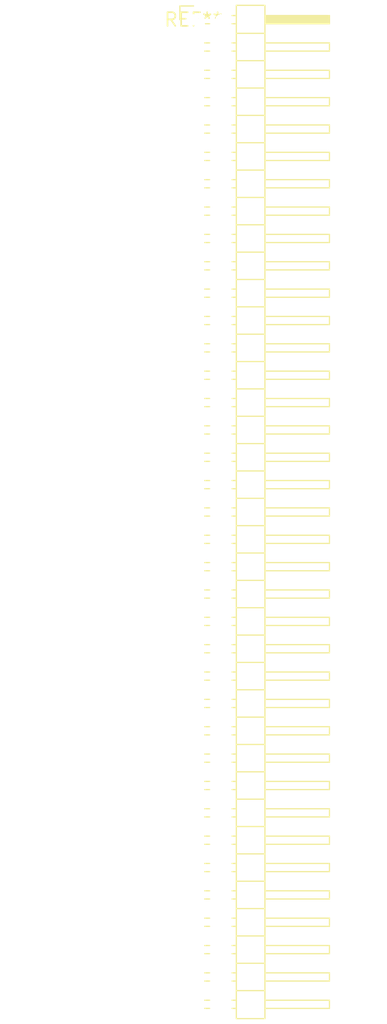
<source format=kicad_pcb>
(kicad_pcb (version 20240108) (generator pcbnew)
  (layers (0 "F.Cu" signal) (31 "B.Cu" signal) (34 "B.Paste" user) (35 "F.Paste" user) (36 "B.SilkS" user "B.Silkscreen") (37 "F.SilkS" user "F.Silkscreen") (38 "B.Mask" user) (39 "F.Mask" user) (44 "Edge.Cuts" user))
  (net 0 "")
  (footprint "PinHeader_2x37_P2.54mm_Horizontal" (layer "F.Cu") (at 0 0)
    (property "Reference" "REF**")
    (property "Value" "PinHeader_2x37_P2.54mm_Horizontal")
    (fp_line (start -1.27 -1.27) (end 0 -1.27) (layer "F.SilkS") (stroke (width 0.12)))
    (fp_line (start -1.27 0) (end -1.27 -1.27) (layer "F.SilkS") (stroke (width 0.12)))
    (fp_line (start 1.042929 2.16) (end 1.497071 2.16) (layer "F.SilkS") (stroke (width 0.12)))
    (fp_line (start 1.042929 2.92) (end 1.497071 2.92) (layer "F.SilkS") (stroke (width 0.12)))
    (fp_line (start 1.042929 4.7) (end 1.497071 4.7) (layer "F.SilkS") (stroke (width 0.12)))
    (fp_line (start 1.042929 5.46) (end 1.497071 5.46) (layer "F.SilkS") (stroke (width 0.12)))
    (fp_line (start 1.042929 7.24) (end 1.497071 7.24) (layer "F.SilkS") (stroke (width 0.12)))
    (fp_line (start 1.042929 8) (end 1.497071 8) (layer "F.SilkS") (stroke (width 0.12)))
    (fp_line (start 1.042929 9.78) (end 1.497071 9.78) (layer "F.SilkS") (stroke (width 0.12)))
    (fp_line (start 1.042929 10.54) (end 1.497071 10.54) (layer "F.SilkS") (stroke (width 0.12)))
    (fp_line (start 1.042929 12.32) (end 1.497071 12.32) (layer "F.SilkS") (stroke (width 0.12)))
    (fp_line (start 1.042929 13.08) (end 1.497071 13.08) (layer "F.SilkS") (stroke (width 0.12)))
    (fp_line (start 1.042929 14.86) (end 1.497071 14.86) (layer "F.SilkS") (stroke (width 0.12)))
    (fp_line (start 1.042929 15.62) (end 1.497071 15.62) (layer "F.SilkS") (stroke (width 0.12)))
    (fp_line (start 1.042929 17.4) (end 1.497071 17.4) (layer "F.SilkS") (stroke (width 0.12)))
    (fp_line (start 1.042929 18.16) (end 1.497071 18.16) (layer "F.SilkS") (stroke (width 0.12)))
    (fp_line (start 1.042929 19.94) (end 1.497071 19.94) (layer "F.SilkS") (stroke (width 0.12)))
    (fp_line (start 1.042929 20.7) (end 1.497071 20.7) (layer "F.SilkS") (stroke (width 0.12)))
    (fp_line (start 1.042929 22.48) (end 1.497071 22.48) (layer "F.SilkS") (stroke (width 0.12)))
    (fp_line (start 1.042929 23.24) (end 1.497071 23.24) (layer "F.SilkS") (stroke (width 0.12)))
    (fp_line (start 1.042929 25.02) (end 1.497071 25.02) (layer "F.SilkS") (stroke (width 0.12)))
    (fp_line (start 1.042929 25.78) (end 1.497071 25.78) (layer "F.SilkS") (stroke (width 0.12)))
    (fp_line (start 1.042929 27.56) (end 1.497071 27.56) (layer "F.SilkS") (stroke (width 0.12)))
    (fp_line (start 1.042929 28.32) (end 1.497071 28.32) (layer "F.SilkS") (stroke (width 0.12)))
    (fp_line (start 1.042929 30.1) (end 1.497071 30.1) (layer "F.SilkS") (stroke (width 0.12)))
    (fp_line (start 1.042929 30.86) (end 1.497071 30.86) (layer "F.SilkS") (stroke (width 0.12)))
    (fp_line (start 1.042929 32.64) (end 1.497071 32.64) (layer "F.SilkS") (stroke (width 0.12)))
    (fp_line (start 1.042929 33.4) (end 1.497071 33.4) (layer "F.SilkS") (stroke (width 0.12)))
    (fp_line (start 1.042929 35.18) (end 1.497071 35.18) (layer "F.SilkS") (stroke (width 0.12)))
    (fp_line (start 1.042929 35.94) (end 1.497071 35.94) (layer "F.SilkS") (stroke (width 0.12)))
    (fp_line (start 1.042929 37.72) (end 1.497071 37.72) (layer "F.SilkS") (stroke (width 0.12)))
    (fp_line (start 1.042929 38.48) (end 1.497071 38.48) (layer "F.SilkS") (stroke (width 0.12)))
    (fp_line (start 1.042929 40.26) (end 1.497071 40.26) (layer "F.SilkS") (stroke (width 0.12)))
    (fp_line (start 1.042929 41.02) (end 1.497071 41.02) (layer "F.SilkS") (stroke (width 0.12)))
    (fp_line (start 1.042929 42.8) (end 1.497071 42.8) (layer "F.SilkS") (stroke (width 0.12)))
    (fp_line (start 1.042929 43.56) (end 1.497071 43.56) (layer "F.SilkS") (stroke (width 0.12)))
    (fp_line (start 1.042929 45.34) (end 1.497071 45.34) (layer "F.SilkS") (stroke (width 0.12)))
    (fp_line (start 1.042929 46.1) (end 1.497071 46.1) (layer "F.SilkS") (stroke (width 0.12)))
    (fp_line (start 1.042929 47.88) (end 1.497071 47.88) (layer "F.SilkS") (stroke (width 0.12)))
    (fp_line (start 1.042929 48.64) (end 1.497071 48.64) (layer "F.SilkS") (stroke (width 0.12)))
    (fp_line (start 1.042929 50.42) (end 1.497071 50.42) (layer "F.SilkS") (stroke (width 0.12)))
    (fp_line (start 1.042929 51.18) (end 1.497071 51.18) (layer "F.SilkS") (stroke (width 0.12)))
    (fp_line (start 1.042929 52.96) (end 1.497071 52.96) (layer "F.SilkS") (stroke (width 0.12)))
    (fp_line (start 1.042929 53.72) (end 1.497071 53.72) (layer "F.SilkS") (stroke (width 0.12)))
    (fp_line (start 1.042929 55.5) (end 1.497071 55.5) (layer "F.SilkS") (stroke (width 0.12)))
    (fp_line (start 1.042929 56.26) (end 1.497071 56.26) (layer "F.SilkS") (stroke (width 0.12)))
    (fp_line (start 1.042929 58.04) (end 1.497071 58.04) (layer "F.SilkS") (stroke (width 0.12)))
    (fp_line (start 1.042929 58.8) (end 1.497071 58.8) (layer "F.SilkS") (stroke (width 0.12)))
    (fp_line (start 1.042929 60.58) (end 1.497071 60.58) (layer "F.SilkS") (stroke (width 0.12)))
    (fp_line (start 1.042929 61.34) (end 1.497071 61.34) (layer "F.SilkS") (stroke (width 0.12)))
    (fp_line (start 1.042929 63.12) (end 1.497071 63.12) (layer "F.SilkS") (stroke (width 0.12)))
    (fp_line (start 1.042929 63.88) (end 1.497071 63.88) (layer "F.SilkS") (stroke (width 0.12)))
    (fp_line (start 1.042929 65.66) (end 1.497071 65.66) (layer "F.SilkS") (stroke (width 0.12)))
    (fp_line (start 1.042929 66.42) (end 1.497071 66.42) (layer "F.SilkS") (stroke (width 0.12)))
    (fp_line (start 1.042929 68.2) (end 1.497071 68.2) (layer "F.SilkS") (stroke (width 0.12)))
    (fp_line (start 1.042929 68.96) (end 1.497071 68.96) (layer "F.SilkS") (stroke (width 0.12)))
    (fp_line (start 1.042929 70.74) (end 1.497071 70.74) (layer "F.SilkS") (stroke (width 0.12)))
    (fp_line (start 1.042929 71.5) (end 1.497071 71.5) (layer "F.SilkS") (stroke (width 0.12)))
    (fp_line (start 1.042929 73.28) (end 1.497071 73.28) (layer "F.SilkS") (stroke (width 0.12)))
    (fp_line (start 1.042929 74.04) (end 1.497071 74.04) (layer "F.SilkS") (stroke (width 0.12)))
    (fp_line (start 1.042929 75.82) (end 1.497071 75.82) (layer "F.SilkS") (stroke (width 0.12)))
    (fp_line (start 1.042929 76.58) (end 1.497071 76.58) (layer "F.SilkS") (stroke (width 0.12)))
    (fp_line (start 1.042929 78.36) (end 1.497071 78.36) (layer "F.SilkS") (stroke (width 0.12)))
    (fp_line (start 1.042929 79.12) (end 1.497071 79.12) (layer "F.SilkS") (stroke (width 0.12)))
    (fp_line (start 1.042929 80.9) (end 1.497071 80.9) (layer "F.SilkS") (stroke (width 0.12)))
    (fp_line (start 1.042929 81.66) (end 1.497071 81.66) (layer "F.SilkS") (stroke (width 0.12)))
    (fp_line (start 1.042929 83.44) (end 1.497071 83.44) (layer "F.SilkS") (stroke (width 0.12)))
    (fp_line (start 1.042929 84.2) (end 1.497071 84.2) (layer "F.SilkS") (stroke (width 0.12)))
    (fp_line (start 1.042929 85.98) (end 1.497071 85.98) (layer "F.SilkS") (stroke (width 0.12)))
    (fp_line (start 1.042929 86.74) (end 1.497071 86.74) (layer "F.SilkS") (stroke (width 0.12)))
    (fp_line (start 1.042929 88.52) (end 1.497071 88.52) (layer "F.SilkS") (stroke (width 0.12)))
    (fp_line (start 1.042929 89.28) (end 1.497071 89.28) (layer "F.SilkS") (stroke (width 0.12)))
    (fp_line (start 1.042929 91.06) (end 1.497071 91.06) (layer "F.SilkS") (stroke (width 0.12)))
    (fp_line (start 1.042929 91.82) (end 1.497071 91.82) (layer "F.SilkS") (stroke (width 0.12)))
    (fp_line (start 1.11 -0.38) (end 1.497071 -0.38) (layer "F.SilkS") (stroke (width 0.12)))
    (fp_line (start 1.11 0.38) (end 1.497071 0.38) (layer "F.SilkS") (stroke (width 0.12)))
    (fp_line (start 3.582929 -0.38) (end 3.98 -0.38) (layer "F.SilkS") (stroke (width 0.12)))
    (fp_line (start 3.582929 0.38) (end 3.98 0.38) (layer "F.SilkS") (stroke (width 0.12)))
    (fp_line (start 3.582929 2.16) (end 3.98 2.16) (layer "F.SilkS") (stroke (width 0.12)))
    (fp_line (start 3.582929 2.92) (end 3.98 2.92) (layer "F.SilkS") (stroke (width 0.12)))
    (fp_line (start 3.582929 4.7) (end 3.98 4.7) (layer "F.SilkS") (stroke (width 0.12)))
    (fp_line (start 3.582929 5.46) (end 3.98 5.46) (layer "F.SilkS") (stroke (width 0.12)))
    (fp_line (start 3.582929 7.24) (end 3.98 7.24) (layer "F.SilkS") (stroke (width 0.12)))
    (fp_line (start 3.582929 8) (end 3.98 8) (layer "F.SilkS") (stroke (width 0.12)))
    (fp_line (start 3.582929 9.78) (end 3.98 9.78) (layer "F.SilkS") (stroke (width 0.12)))
    (fp_line (start 3.582929 10.54) (end 3.98 10.54) (layer "F.SilkS") (stroke (width 0.12)))
    (fp_line (start 3.582929 12.32) (end 3.98 12.32) (layer "F.SilkS") (stroke (width 0.12)))
    (fp_line (start 3.582929 13.08) (end 3.98 13.08) (layer "F.SilkS") (stroke (width 0.12)))
    (fp_line (start 3.582929 14.86) (end 3.98 14.86) (layer "F.SilkS") (stroke (width 0.12)))
    (fp_line (start 3.582929 15.62) (end 3.98 15.62) (layer "F.SilkS") (stroke (width 0.12)))
    (fp_line (start 3.582929 17.4) (end 3.98 17.4) (layer "F.SilkS") (stroke (width 0.12)))
    (fp_line (start 3.582929 18.16) (end 3.98 18.16) (layer "F.SilkS") (stroke (width 0.12)))
    (fp_line (start 3.582929 19.94) (end 3.98 19.94) (layer "F.SilkS") (stroke (width 0.12)))
    (fp_line (start 3.582929 20.7) (end 3.98 20.7) (layer "F.SilkS") (stroke (width 0.12)))
    (fp_line (start 3.582929 22.48) (end 3.98 22.48) (layer "F.SilkS") (stroke (width 0.12)))
    (fp_line (start 3.582929 23.24) (end 3.98 23.24) (layer "F.SilkS") (stroke (width 0.12)))
    (fp_line (start 3.582929 25.02) (end 3.98 25.02) (layer "F.SilkS") (stroke (width 0.12)))
    (fp_line (start 3.582929 25.78) (end 3.98 25.78) (layer "F.SilkS") (stroke (width 0.12)))
    (fp_line (start 3.582929 27.56) (end 3.98 27.56) (layer "F.SilkS") (stroke (width 0.12)))
    (fp_line (start 3.582929 28.32) (end 3.98 28.32) (layer "F.SilkS") (stroke (width 0.12)))
    (fp_line (start 3.582929 30.1) (end 3.98 30.1) (layer "F.SilkS") (stroke (width 0.12)))
    (fp_line (start 3.582929 30.86) (end 3.98 30.86) (layer "F.SilkS") (stroke (width 0.12)))
    (fp_line (start 3.582929 32.64) (end 3.98 32.64) (layer "F.SilkS") (stroke (width 0.12)))
    (fp_line (start 3.582929 33.4) (end 3.98 33.4) (layer "F.SilkS") (stroke (width 0.12)))
    (fp_line (start 3.582929 35.18) (end 3.98 35.18) (layer "F.SilkS") (stroke (width 0.12)))
    (fp_line (start 3.582929 35.94) (end 3.98 35.94) (layer "F.SilkS") (stroke (width 0.12)))
    (fp_line (start 3.582929 37.72) (end 3.98 37.72) (layer "F.SilkS") (stroke (width 0.12)))
    (fp_line (start 3.582929 38.48) (end 3.98 38.48) (layer "F.SilkS") (stroke (width 0.12)))
    (fp_line (start 3.582929 40.26) (end 3.98 40.26) (layer "F.SilkS") (stroke (width 0.12)))
    (fp_line (start 3.582929 41.02) (end 3.98 41.02) (layer "F.SilkS") (stroke (width 0.12)))
    (fp_line (start 3.582929 42.8) (end 3.98 42.8) (layer "F.SilkS") (stroke (width 0.12)))
    (fp_line (start 3.582929 43.56) (end 3.98 43.56) (layer "F.SilkS") (stroke (width 0.12)))
    (fp_line (start 3.582929 45.34) (end 3.98 45.34) (layer "F.SilkS") (stroke (width 0.12)))
    (fp_line (start 3.582929 46.1) (end 3.98 46.1) (layer "F.SilkS") (stroke (width 0.12)))
    (fp_line (start 3.582929 47.88) (end 3.98 47.88) (layer "F.SilkS") (stroke (width 0.12)))
    (fp_line (start 3.582929 48.64) (end 3.98 48.64) (layer "F.SilkS") (stroke (width 0.12)))
    (fp_line (start 3.582929 50.42) (end 3.98 50.42) (layer "F.SilkS") (stroke (width 0.12)))
    (fp_line (start 3.582929 51.18) (end 3.98 51.18) (layer "F.SilkS") (stroke (width 0.12)))
    (fp_line (start 3.582929 52.96) (end 3.98 52.96) (layer "F.SilkS") (stroke (width 0.12)))
    (fp_line (start 3.582929 53.72) (end 3.98 53.72) (layer "F.SilkS") (stroke (width 0.12)))
    (fp_line (start 3.582929 55.5) (end 3.98 55.5) (layer "F.SilkS") (stroke (width 0.12)))
    (fp_line (start 3.582929 56.26) (end 3.98 56.26) (layer "F.SilkS") (stroke (width 0.12)))
    (fp_line (start 3.582929 58.04) (end 3.98 58.04) (layer "F.SilkS") (stroke (width 0.12)))
    (fp_line (start 3.582929 58.8) (end 3.98 58.8) (layer "F.SilkS") (stroke (width 0.12)))
    (fp_line (start 3.582929 60.58) (end 3.98 60.58) (layer "F.SilkS") (stroke (width 0.12)))
    (fp_line (start 3.582929 61.34) (end 3.98 61.34) (layer "F.SilkS") (stroke (width 0.12)))
    (fp_line (start 3.582929 63.12) (end 3.98 63.12) (layer "F.SilkS") (stroke (width 0.12)))
    (fp_line (start 3.582929 63.88) (end 3.98 63.88) (layer "F.SilkS") (stroke (width 0.12)))
    (fp_line (start 3.582929 65.66) (end 3.98 65.66) (layer "F.SilkS") (stroke (width 0.12)))
    (fp_line (start 3.582929 66.42) (end 3.98 66.42) (layer "F.SilkS") (stroke (width 0.12)))
    (fp_line (start 3.582929 68.2) (end 3.98 68.2) (layer "F.SilkS") (stroke (width 0.12)))
    (fp_line (start 3.582929 68.96) (end 3.98 68.96) (layer "F.SilkS") (stroke (width 0.12)))
    (fp_line (start 3.582929 70.74) (end 3.98 70.74) (layer "F.SilkS") (stroke (width 0.12)))
    (fp_line (start 3.582929 71.5) (end 3.98 71.5) (layer "F.SilkS") (stroke (width 0.12)))
    (fp_line (start 3.582929 73.28) (end 3.98 73.28) (layer "F.SilkS") (stroke (width 0.12)))
    (fp_line (start 3.582929 74.04) (end 3.98 74.04) (layer "F.SilkS") (stroke (width 0.12)))
    (fp_line (start 3.582929 75.82) (end 3.98 75.82) (layer "F.SilkS") (stroke (width 0.12)))
    (fp_line (start 3.582929 76.58) (end 3.98 76.58) (layer "F.SilkS") (stroke (width 0.12)))
    (fp_line (start 3.582929 78.36) (end 3.98 78.36) (layer "F.SilkS") (stroke (width 0.12)))
    (fp_line (start 3.582929 79.12) (end 3.98 79.12) (layer "F.SilkS") (stroke (width 0.12)))
    (fp_line (start 3.582929 80.9) (end 3.98 80.9) (layer "F.SilkS") (stroke (width 0.12)))
    (fp_line (start 3.582929 81.66) (end 3.98 81.66) (layer "F.SilkS") (stroke (width 0.12)))
    (fp_line (start 3.582929 83.44) (end 3.98 83.44) (layer "F.SilkS") (stroke (width 0.12)))
    (fp_line (start 3.582929 84.2) (end 3.98 84.2) (layer "F.SilkS") (stroke (width 0.12)))
    (fp_line (start 3.582929 85.98) (end 3.98 85.98) (layer "F.SilkS") (stroke (width 0.12)))
    (fp_line (start 3.582929 86.74) (end 3.98 86.74) (layer "F.SilkS") (stroke (width 0.12)))
    (fp_line (start 3.582929 88.52) (end 3.98 88.52) (layer "F.SilkS") (stroke (width 0.12)))
    (fp_line (start 3.582929 89.28) (end 3.98 89.28) (layer "F.SilkS") (stroke (width 0.12)))
    (fp_line (start 3.582929 91.06) (end 3.98 91.06) (layer "F.SilkS") (stroke (width 0.12)))
    (fp_line (start 3.582929 91.82) (end 3.98 91.82) (layer "F.SilkS") (stroke (width 0.12)))
    (fp_line (start 3.98 -1.33) (end 3.98 92.77) (layer "F.SilkS") (stroke (width 0.12)))
    (fp_line (start 3.98 1.27) (end 6.64 1.27) (layer "F.SilkS") (stroke (width 0.12)))
    (fp_line (start 3.98 3.81) (end 6.64 3.81) (layer "F.SilkS") (stroke (width 0.12)))
    (fp_line (start 3.98 6.35) (end 6.64 6.35) (layer "F.SilkS") (stroke (width 0.12)))
    (fp_line (start 3.98 8.89) (end 6.64 8.89) (layer "F.SilkS") (stroke (width 0.12)))
    (fp_line (start 3.98 11.43) (end 6.64 11.43) (layer "F.SilkS") (stroke (width 0.12)))
    (fp_line (start 3.98 13.97) (end 6.64 13.97) (layer "F.SilkS") (stroke (width 0.12)))
    (fp_line (start 3.98 16.51) (end 6.64 16.51) (layer "F.SilkS") (stroke (width 0.12)))
    (fp_line (start 3.98 19.05) (end 6.64 19.05) (layer "F.SilkS") (stroke (width 0.12)))
    (fp_line (start 3.98 21.59) (end 6.64 21.59) (layer "F.SilkS") (stroke (width 0.12)))
    (fp_line (start 3.98 24.13) (end 6.64 24.13) (layer "F.SilkS") (stroke (width 0.12)))
    (fp_line (start 3.98 26.67) (end 6.64 26.67) (layer "F.SilkS") (stroke (width 0.12)))
    (fp_line (start 3.98 29.21) (end 6.64 29.21) (layer "F.SilkS") (stroke (width 0.12)))
    (fp_line (start 3.98 31.75) (end 6.64 31.75) (layer "F.SilkS") (stroke (width 0.12)))
    (fp_line (start 3.98 34.29) (end 6.64 34.29) (layer "F.SilkS") (stroke (width 0.12)))
    (fp_line (start 3.98 36.83) (end 6.64 36.83) (layer "F.SilkS") (stroke (width 0.12)))
    (fp_line (start 3.98 39.37) (end 6.64 39.37) (layer "F.SilkS") (stroke (width 0.12)))
    (fp_line (start 3.98 41.91) (end 6.64 41.91) (layer "F.SilkS") (stroke (width 0.12)))
    (fp_line (start 3.98 44.45) (end 6.64 44.45) (layer "F.SilkS") (stroke (width 0.12)))
    (fp_line (start 3.98 46.99) (end 6.64 46.99) (layer "F.SilkS") (stroke (width 0.12)))
    (fp_line (start 3.98 49.53) (end 6.64 49.53) (layer "F.SilkS") (stroke (width 0.12)))
    (fp_line (start 3.98 52.07) (end 6.64 52.07) (layer "F.SilkS") (stroke (width 0.12)))
    (fp_line (start 3.98 54.61) (end 6.64 54.61) (layer "F.SilkS") (stroke (width 0.12)))
    (fp_line (start 3.98 57.15) (end 6.64 57.15) (layer "F.SilkS") (stroke (width 0.12)))
    (fp_line (start 3.98 59.69) (end 6.64 59.69) (layer "F.SilkS") (stroke (width 0.12)))
    (fp_line (start 3.98 62.23) (end 6.64 62.23) (layer "F.SilkS") (stroke (width 0.12)))
    (fp_line (start 3.98 64.77) (end 6.64 64.77) (layer "F.SilkS") (stroke (width 0.12)))
    (fp_line (start 3.98 67.31) (end 6.64 67.31) (layer "F.SilkS") (stroke (width 0.12)))
    (fp_line (start 3.98 69.85) (end 6.64 69.85) (layer "F.SilkS") (stroke (width 0.12)))
    (fp_line (start 3.98 72.39) (end 6.64 72.39) (layer "F.SilkS") (stroke (width 0.12)))
    (fp_line (start 3.98 74.93) (end 6.64 74.93) (layer "F.SilkS") (stroke (width 0.12)))
    (fp_line (start 3.98 77.47) (end 6.64 77.47) (layer "F.SilkS") (stroke (width 0.12)))
    (fp_line (start 3.98 80.01) (end 6.64 80.01) (layer "F.SilkS") (stroke (width 0.12)))
    (fp_line (start 3.98 82.55) (end 6.64 82.55) (layer "F.SilkS") (stroke (width 0.12)))
    (fp_line (start 3.98 85.09) (end 6.64 85.09) (layer "F.SilkS") (stroke (width 0.12)))
    (fp_line (start 3.98 87.63) (end 6.64 87.63) (layer "F.SilkS") (stroke (width 0.12)))
    (fp_line (start 3.98 90.17) (end 6.64 90.17) (layer "F.SilkS") (stroke (width 0.12)))
    (fp_line (start 3.98 92.77) (end 6.64 92.77) (layer "F.SilkS") (stroke (width 0.12)))
    (fp_line (start 6.64 -1.33) (end 3.98 -1.33) (layer "F.SilkS") (stroke (width 0.12)))
    (fp_line (start 6.64 -0.38) (end 12.64 -0.38) (layer "F.SilkS") (stroke (width 0.12)))
    (fp_line (start 6.64 -0.32) (end 12.64 -0.32) (layer "F.SilkS") (stroke (width 0.12)))
    (fp_line (start 6.64 -0.2) (end 12.64 -0.2) (layer "F.SilkS") (stroke (width 0.12)))
    (fp_line (start 6.64 -0.08) (end 12.64 -0.08) (layer "F.SilkS") (stroke (width 0.12)))
    (fp_line (start 6.64 0.04) (end 12.64 0.04) (layer "F.SilkS") (stroke (width 0.12)))
    (fp_line (start 6.64 0.16) (end 12.64 0.16) (layer "F.SilkS") (stroke (width 0.12)))
    (fp_line (start 6.64 0.28) (end 12.64 0.28) (layer "F.SilkS") (stroke (width 0.12)))
    (fp_line (start 6.64 2.16) (end 12.64 2.16) (layer "F.SilkS") (stroke (width 0.12)))
    (fp_line (start 6.64 4.7) (end 12.64 4.7) (layer "F.SilkS") (stroke (width 0.12)))
    (fp_line (start 6.64 7.24) (end 12.64 7.24) (layer "F.SilkS") (stroke (width 0.12)))
    (fp_line (start 6.64 9.78) (end 12.64 9.78) (layer "F.SilkS") (stroke (width 0.12)))
    (fp_line (start 6.64 12.32) (end 12.64 12.32) (layer "F.SilkS") (stroke (width 0.12)))
    (fp_line (start 6.64 14.86) (end 12.64 14.86) (layer "F.SilkS") (stroke (width 0.12)))
    (fp_line (start 6.64 17.4) (end 12.64 17.4) (layer "F.SilkS") (stroke (width 0.12)))
    (fp_line (start 6.64 19.94) (end 12.64 19.94) (layer "F.SilkS") (stroke (width 0.12)))
    (fp_line (start 6.64 22.48) (end 12.64 22.48) (layer "F.SilkS") (stroke (width 0.12)))
    (fp_line (start 6.64 25.02) (end 12.64 25.02) (layer "F.SilkS") (stroke (width 0.12)))
    (fp_line (start 6.64 27.56) (end 12.64 27.56) (layer "F.SilkS") (stroke (width 0.12)))
    (fp_line (start 6.64 30.1) (end 12.64 30.1) (layer "F.SilkS") (stroke (width 0.12)))
    (fp_line (start 6.64 32.64) (end 12.64 32.64) (layer "F.SilkS") (stroke (width 0.12)))
    (fp_line (start 6.64 35.18) (end 12.64 35.18) (layer "F.SilkS") (stroke (width 0.12)))
    (fp_line (start 6.64 37.72) (end 12.64 37.72) (layer "F.SilkS") (stroke (width 0.12)))
    (fp_line (start 6.64 40.26) (end 12.64 40.26) (layer "F.SilkS") (stroke (width 0.12)))
    (fp_line (start 6.64 42.8) (end 12.64 42.8) (layer "F.SilkS") (stroke (width 0.12)))
    (fp_line (start 6.64 45.34) (end 12.64 45.34) (layer "F.SilkS") (stroke (width 0.12)))
    (fp_line (start 6.64 47.88) (end 12.64 47.88) (layer "F.SilkS") (stroke (width 0.12)))
    (fp_line (start 6.64 50.42) (end 12.64 50.42) (layer "F.SilkS") (stroke (width 0.12)))
    (fp_line (start 6.64 52.96) (end 12.64 52.96) (layer "F.SilkS") (stroke (width 0.12)))
    (fp_line (start 6.64 55.5) (end 12.64 55.5) (layer "F.SilkS") (stroke (width 0.12)))
    (fp_line (start 6.64 58.04) (end 12.64 58.04) (layer "F.SilkS") (stroke (width 0.12)))
    (fp_line (start 6.64 60.58) (end 12.64 60.58) (layer "F.SilkS") (stroke (width 0.12)))
    (fp_line (start 6.64 63.12) (end 12.64 63.12) (layer "F.SilkS") (stroke (width 0.12)))
    (fp_line (start 6.64 65.66) (end 12.64 65.66) (layer "F.SilkS") (stroke (width 0.12)))
    (fp_line (start 6.64 68.2) (end 12.64 68.2) (layer "F.SilkS") (stroke (width 0.12)))
    (fp_line (start 6.64 70.74) (end 12.64 70.74) (layer "F.SilkS") (stroke (width 0.12)))
    (fp_line (start 6.64 73.28) (end 12.64 73.28) (layer "F.SilkS") (stroke (width 0.12)))
    (fp_line (start 6.64 75.82) (end 12.64 75.82) (layer "F.SilkS") (stroke (width 0.12)))
    (fp_line (start 6.64 78.36) (end 12.64 78.36) (layer "F.SilkS") (stroke (width 0.12)))
    (fp_line (start 6.64 80.9) (end 12.64 80.9) (layer "F.SilkS") (stroke (width 0.12)))
    (fp_line (start 6.64 83.44) (end 12.64 83.44) (layer "F.SilkS") (stroke (width 0.12)))
    (fp_line (start 6.64 85.98) (end 12.64 85.98) (layer "F.SilkS") (stroke (width 0.12)))
    (fp_line (start 6.64 88.52) (end 12.64 88.52) (layer "F.SilkS") (stroke (width 0.12)))
    (fp_line (start 6.64 91.06) (end 12.64 91.06) (layer "F.SilkS") (stroke (width 0.12)))
    (fp_line (start 6.64 92.77) (end 6.64 -1.33) (layer "F.SilkS") (stroke (width 0.12)))
    (fp_line (start 12.64 -0.38) (end 12.64 0.38) (layer "F.SilkS") (stroke (width 0.12)))
    (fp_line (start 12.64 0.38) (end 6.64 0.38) (layer "F.SilkS") (stroke (width 0.12)))
    (fp_line (start 12.64 2.16) (end 12.64 2.92) (layer "F.SilkS") (stroke (width 0.12)))
    (fp_line (start 12.64 2.92) (end 6.64 2.92) (layer "F.SilkS") (stroke (width 0.12)))
    (fp_line (start 12.64 4.7) (end 12.64 5.46) (layer "F.SilkS") (stroke (width 0.12)))
    (fp_line (start 12.64 5.46) (end 6.64 5.46) (layer "F.SilkS") (stroke (width 0.12)))
    (fp_line (start 12.64 7.24) (end 12.64 8) (layer "F.SilkS") (stroke (width 0.12)))
    (fp_line (start 12.64 8) (end 6.64 8) (layer "F.SilkS") (stroke (width 0.12)))
    (fp_line (start 12.64 9.78) (end 12.64 10.54) (layer "F.SilkS") (stroke (width 0.12)))
    (fp_line (start 12.64 10.54) (end 6.64 10.54) (layer "F.SilkS") (stroke (width 0.12)))
    (fp_line (start 12.64 12.32) (end 12.64 13.08) (layer "F.SilkS") (stroke (width 0.12)))
    (fp_line (start 12.64 13.08) (end 6.64 13.08) (layer "F.SilkS") (stroke (width 0.12)))
    (fp_line (start 12.64 14.86) (end 12.64 15.62) (layer "F.SilkS") (stroke (width 0.12)))
    (fp_line (start 12.64 15.62) (end 6.64 15.62) (layer "F.SilkS") (stroke (width 0.12)))
    (fp_line (start 12.64 17.4) (end 12.64 18.16) (layer "F.SilkS") (stroke (width 0.12)))
    (fp_line (start 12.64 18.16) (end 6.64 18.16) (layer "F.SilkS") (stroke (width 0.12)))
    (fp_line (start 12.64 19.94) (end 12.64 20.7) (layer "F.SilkS") (stroke (width 0.12)))
    (fp_line (start 12.64 20.7) (end 6.64 20.7) (layer "F.SilkS") (stroke (width 0.12)))
    (fp_line (start 12.64 22.48) (end 12.64 23.24) (layer "F.SilkS") (stroke (width 0.12)))
    (fp_line (start 12.64 23.24) (end 6.64 23.24) (layer "F.SilkS") (stroke (width 0.12)))
    (fp_line (start 12.64 25.02) (end 12.64 25.78) (layer "F.SilkS") (stroke (width 0.12)))
    (fp_line (start 12.64 25.78) (end 6.64 25.78) (layer "F.SilkS") (stroke (width 0.12)))
    (fp_line (start 12.64 27.56) (end 12.64 28.32) (layer "F.SilkS") (stroke (width 0.12)))
    (fp_line (start 12.64 28.32) (end 6.64 28.32) (layer "F.SilkS") (stroke (width 0.12)))
    (fp_line (start 12.64 30.1) (end 12.64 30.86) (layer "F.SilkS") (stroke (width 0.12)))
    (fp_line (start 12.64 30.86) (end 6.64 30.86) (layer "F.SilkS") (stroke (width 0.12)))
    (fp_line (start 12.64 32.64) (end 12.64 33.4) (layer "F.SilkS") (stroke (width 0.12)))
    (fp_line (start 12.64 33.4) (end 6.64 33.4) (layer "F.SilkS") (stroke (width 0.12)))
    (fp_line (start 12.64 35.18) (end 12.64 35.94) (layer "F.SilkS") (stroke (width 0.12)))
    (fp_line (start 12.64 35.94) (end 6.64 35.94) (layer "F.SilkS") (stroke (width 0.12)))
    (fp_line (start 12.64 37.72) (end 12.64 38.48) (layer "F.SilkS") (stroke (width 0.12)))
    (fp_line (start 12.64 38.48) (end 6.64 38.48) (layer "F.SilkS") (stroke (width 0.12)))
    (fp_line (start 12.64 40.26) (end 12.64 41.02) (layer "F.SilkS") (stroke (width 0.12)))
    (fp_line (start 12.64 41.02) (end 6.64 41.02) (layer "F.SilkS") (stroke (width 0.12)))
    (fp_line (start 12.64 42.8) (end 12.64 43.56) (layer "F.SilkS") (stroke (width 0.12)))
    (fp_line (start 12.64 43.56) (end 6.64 43.56) (layer "F.SilkS") (stroke (width 0.12)))
    (fp_line (start 12.64 45.34) (end 12.64 46.1) (layer "F.SilkS") (stroke (width 0.12)))
    (fp_line (start 12.64 46.1) (end 6.64 46.1) (layer "F.SilkS") (stroke (width 0.12)))
    (fp_line (start 12.64 47.88) (end 12.64 48.64) (layer "F.SilkS") (stroke (width 0.12)))
    (fp_line (start 12.64 48.64) (end 6.64 48.64) (layer "F.SilkS") (stroke (width 0.12)))
    (fp_line (start 12.64 50.42) (end 12.64 51.18) (layer "F.SilkS") (stroke (width 0.12)))
    (fp_line (start 12.64 51.18) (end 6.64 51.18) (layer "F.SilkS") (stroke (width 0.12)))
    (fp_line (start 12.64 52.96) (end 12.64 53.72) (layer "F.SilkS") (stroke (width 0.12)))
    (fp_line (start 12.64 53.72) (end 6.64 53.72) (layer "F.SilkS") (stroke (width 0.12)))
    (fp_line (start 12.64 55.5) (end 12.64 56.26) (layer "F.SilkS") (stroke (width 0.12)))
    (fp_line (start 12.64 56.26) (end 6.64 56.26) (layer "F.SilkS") (stroke (width 0.12)))
    (fp_line (start 12.64 58.04) (end 12.64 58.8) (layer "F.SilkS") (stroke (width 0.12)))
    (fp_line (start 12.64 58.8) (end 6.64 58.8) (layer "F.SilkS") (stroke (width 0.12)))
    (fp_line (start 12.64 60.58) (end 12.64 61.34) (layer "F.SilkS") (stroke (width 0.12)))
    (fp_line (start 12.64 61.34) (end 6.64 61.34) (layer "F.SilkS") (stroke (width 0.12)))
    (fp_line (start 12.64 63.12) (end 12.64 63.88) (layer "F.SilkS") (stroke (width 0.12)))
    (fp_line (start 12.64 63.88) (end 6.64 63.88) (layer "F.SilkS") (stroke (width 0.12)))
    (fp_line (start 12.64 65.66) (end 12.64 66.42) (layer "F.SilkS") (stroke (width 0.12)))
    (fp_line (start 12.64 66.42) (end 6.64 66.42) (layer "F.SilkS") (stroke (width 0.12)))
    (fp_line (start 12.64 68.2) (end 12.64 68.96) (layer "F.SilkS") (stroke (width 0.12)))
    (fp_line (start 12.64 68.96) (end 6.64 68.96) (layer "F.SilkS") (stroke (width 0.12)))
    (fp_line (start 12.64 70.74) (end 12.64 71.5) (layer "F.SilkS") (stroke (width 0.12)))
    (fp_line (start 12.64 71.5) (end 6.64 71.5) (layer "F.SilkS") (stroke (width 0.12)))
    (fp_line (start 12.64 73.28) (end 12.64 74.04) (layer "F.SilkS") (stroke (width 0.12)))
    (fp_line (start 12.64 74.04) (end 6.64 74.04) (layer "F.SilkS") (stroke (width 0.12)))
    (fp_line (start 12.64 75.82) (end 12.64 76.58) (layer "F.SilkS") (stroke (width 0.12)))
    (fp_line (start 12.64 76.58) (end 6.64 76.58) (layer "F.SilkS") (stroke (width 0.12)))
    (fp_line (start 12.64 78.36) (end 12.64 79.12) (layer "F.SilkS") (stroke (width 0.12)))
    (fp_line (start 12.64 79.12) (end 6.64 79.12) (layer "F.SilkS") (stroke (width 0.12)))
    (fp_line (start 12.64 80.9) (end 12.64 81.66) (layer "F.SilkS") (stroke (width 0.12)))
    (fp_line (start 12.64 81.66) (end 6.64 81.66) (layer "F.SilkS") (stroke (width 0.12)))
    (fp_line (start 12.64 83.44) (end 12.64 84.2) (layer "F.SilkS") (stroke (width 0.12)))
    (fp_line (start 12.64 84.2) (end 6.64 84.2) (layer "F.SilkS") (stroke (width 0.12)))
    (fp_line (start 12.64 85.98) (end 12.64 86.74) (layer "F.SilkS") (stroke (width 0.12)))
    (fp_line (start 12.64 86.74) (end 6.64 86.74) (layer "F.SilkS") (stroke (width 0.12)))
    (fp_line (start 12.64 88.52) (end 12.64 89.28) (layer "F.SilkS") (stroke (width 0.12)))
    (fp_line (start 12.64 89.28) (end 6.64 89.28) (layer "F.SilkS") (stroke (width 0.12)))
    (fp_line (start 12.64 91.06) (end 12.64 91.82) (layer "F.SilkS") (stroke (width 0.12)))
    (fp_line (start 12.64 91.82) (end 6.64 91.82) (layer "F.SilkS") (stroke (width 0.12)))
    (pad "1" thru_hole rect (at 0 0) (size 1.7 1.7) (drill 1) (layers *.Cu *.Mask) (remove_unused_layers))
    (pad "2" thru_hole oval (at 2.54 0) (size 1.7 1.7) (drill 1) (layers *.Cu *.Mask) (remove_unused_layers))
    (pad "3" thru_hole oval (at 0 2.54) (size 1.7 1.7) (drill 1) (layers *.Cu *.Mask) (remove_unused_layers))
    (pad "4" thru_hole oval (at 2.54 2.54) (size 1.7 1.7) (drill 1) (layers *.Cu *.Mask) (remove_unused_layers))
    (pad "5" thru_hole oval (at 0 5.08) (size 1.7 1.7) (drill 1) (layers *.Cu *.Mask) (remove_unused_layers))
    (pad "6" thru_hole oval (at 2.54 5.08) (size 1.7 1.7) (drill 1) (layers *.Cu *.Mask) (remove_unused_layers))
    (pad "7" thru_hole oval (at 0 7.62) (size 1.7 1.7) (drill 1) (layers *.Cu *.Mask) (remove_unused_layers))
    (pad "8" thru_hole oval (at 2.54 7.62) (size 1.7 1.7) (drill 1) (layers *.Cu *.Mask) (remove_unused_layers))
    (pad "9" thru_hole oval (at 0 10.16) (size 1.7 1.7) (drill 1) (layers *.Cu *.Mask) (remove_unused_layers))
    (pad "10" thru_hole oval (at 2.54 10.16) (size 1.7 1.7) (drill 1) (layers *.Cu *.Mask) (remove_unused_layers))
    (pad "11" thru_hole oval (at 0 12.7) (size 1.7 1.7) (drill 1) (layers *.Cu *.Mask) (remove_unused_layers))
    (pad "12" thru_hole oval (at 2.54 12.7) (size 1.7 1.7) (drill 1) (layers *.Cu *.Mask) (remove_unused_layers))
    (pad "13" thru_hole oval (at 0 15.24) (size 1.7 1.7) (drill 1) (layers *.Cu *.Mask) (remove_unused_layers))
    (pad "14" thru_hole oval (at 2.54 15.24) (size 1.7 1.7) (drill 1) (layers *.Cu *.Mask) (remove_unused_layers))
    (pad "15" thru_hole oval (at 0 17.78) (size 1.7 1.7) (drill 1) (layers *.Cu *.Mask) (remove_unused_layers))
    (pad "16" thru_hole oval (at 2.54 17.78) (size 1.7 1.7) (drill 1) (layers *.Cu *.Mask) (remove_unused_layers))
    (pad "17" thru_hole oval (at 0 20.32) (size 1.7 1.7) (drill 1) (layers *.Cu *.Mask) (remove_unused_layers))
    (pad "18" thru_hole oval (at 2.54 20.32) (size 1.7 1.7) (drill 1) (layers *.Cu *.Mask) (remove_unused_layers))
    (pad "19" thru_hole oval (at 0 22.86) (size 1.7 1.7) (drill 1) (layers *.Cu *.Mask) (remove_unused_layers))
    (pad "20" thru_hole oval (at 2.54 22.86) (size 1.7 1.7) (drill 1) (layers *.Cu *.Mask) (remove_unused_layers))
    (pad "21" thru_hole oval (at 0 25.4) (size 1.7 1.7) (drill 1) (layers *.Cu *.Mask) (remove_unused_layers))
    (pad "22" thru_hole oval (at 2.54 25.4) (size 1.7 1.7) (drill 1) (layers *.Cu *.Mask) (remove_unused_layers))
    (pad "23" thru_hole oval (at 0 27.94) (size 1.7 1.7) (drill 1) (layers *.Cu *.Mask) (remove_unused_layers))
    (pad "24" thru_hole oval (at 2.54 27.94) (size 1.7 1.7) (drill 1) (layers *.Cu *.Mask) (remove_unused_layers))
    (pad "25" thru_hole oval (at 0 30.48) (size 1.7 1.7) (drill 1) (layers *.Cu *.Mask) (remove_unused_layers))
    (pad "26" thru_hole oval (at 2.54 30.48) (size 1.7 1.7) (drill 1) (layers *.Cu *.Mask) (remove_unused_layers))
    (pad "27" thru_hole oval (at 0 33.02) (size 1.7 1.7) (drill 1) (layers *.Cu *.Mask) (remove_unused_layers))
    (pad "28" thru_hole oval (at 2.54 33.02) (size 1.7 1.7) (drill 1) (layers *.Cu *.Mask) (remove_unused_layers))
    (pad "29" thru_hole oval (at 0 35.56) (size 1.7 1.7) (drill 1) (layers *.Cu *.Mask) (remove_unused_layers))
    (pad "30" thru_hole oval (at 2.54 35.56) (size 1.7 1.7) (drill 1) (layers *.Cu *.Mask) (remove_unused_layers))
    (pad "31" thru_hole oval (at 0 38.1) (size 1.7 1.7) (drill 1) (layers *.Cu *.Mask) (remove_unused_layers))
    (pad "32" thru_hole oval (at 2.54 38.1) (size 1.7 1.7) (drill 1) (layers *.Cu *.Mask) (remove_unused_layers))
    (pad "33" thru_hole oval (at 0 40.64) (size 1.7 1.7) (drill 1) (layers *.Cu *.Mask) (remove_unused_layers))
    (pad "34" thru_hole oval (at 2.54 40.64) (size 1.7 1.7) (drill 1) (layers *.Cu *.Mask) (remove_unused_layers))
    (pad "35" thru_hole oval (at 0 43.18) (size 1.7 1.7) (drill 1) (layers *.Cu *.Mask) (remove_unused_layers))
    (pad "36" thru_hole oval (at 2.54 43.18) (size 1.7 1.7) (drill 1) (layers *.Cu *.Mask) (remove_unused_layers))
    (pad "37" thru_hole oval (at 0 45.72) (size 1.7 1.7) (drill 1) (layers *.Cu *.Mask) (remove_unused_layers))
    (pad "38" thru_hole oval (at 2.54 45.72) (size 1.7 1.7) (drill 1) (layers *.Cu *.Mask) (remove_unused_layers))
    (pad "39" thru_hole oval (at 0 48.26) (size 1.7 1.7) (drill 1) (layers *.Cu *.Mask) (remove_unused_layers))
    (pad "40" thru_hole oval (at 2.54 48.26) (size 1.7 1.7) (drill 1) (layers *.Cu *.Mask) (remove_unused_layers))
    (pad "41" thru_hole oval (at 0 50.8) (size 1.7 1.7) (drill 1) (layers *.Cu *.Mask) (remove_unused_layers))
    (pad "42" thru_hole oval (at 2.54 50.8) (size 1.7 1.7) (drill 1) (layers *.Cu *.Mask) (remove_unused_layers))
    (pad "43" thru_hole oval (at 0 53.34) (size 1.7 1.7) (drill 1) (layers *.Cu *.Mask) (remove_unused_layers))
    (pad "44" thru_hole oval (at 2.54 53.34) (size 1.7 1.7) (drill 1) (layers *.Cu *.Mask) (remove_unused_layers))
    (pad "45" thru_hole oval (at 0 55.88) (size 1.7 1.7) (drill 1) (layers *.Cu *.Mask) (remove_unused_layers))
    (pad "46" thru_hole oval (at 2.54 55.88) (size 1.7 1.7) (drill 1) (layers *.Cu *.Mask) (remove_unused_layers))
    (pad "47" thru_hole oval (at 0 58.42) (size 1.7 1.7) (drill 1) (layers *.Cu *.Mask) (remove_unused_layers))
    (pad "48" thru_hole oval (at 2.54 58.42) (size 1.7 1.7) (drill 1) (layers *.Cu *.Mask) (remove_unused_layers))
    (pad "49" thru_hole oval (at 0 60.96) (size 1.7 1.7) (drill 1) (layers *.Cu *.Mask) (remove_unused_layers))
    (pad "50" thru_hole oval (at 2.54 60.96) (size 1.7 1.7) (drill 1) (layers *.Cu *.Mask) (remove_unused_layers))
    (pad "51" thru_hole oval (at 0 63.5) (size 1.7 1.7) (drill 1) (layers *.Cu *.Mask) (remove_unused_layers))
    (pad "52" thru_hole oval (at 2.54 63.5) (size 1.7 1.7) (drill 1) (layers *.Cu *.Mask) (remove_unused_layers))
    (pad "53" thru_hole oval (at 0 66.04) (size 1.7 1.7) (drill 1) (layers *.Cu *.Mask) (remove_unused_layers))
    (pad "54" thru_hole oval (at 2.54 66.04) (size 1.7 1.7) (drill 1) (layers *.Cu *.Mask) (remove_unused_layers))
    (pad "55" thru_hole oval (at 0 68.58) (size 1.7 1.7) (drill 1) (layers *.Cu *.Mask) (remove_unused_layers))
    (pad "56" thru_hole oval (at 2.54 68.58) (size 1.7 1.7) (drill 1) (layers *.Cu *.Mask) (remove_unused_layers))
    (pad "57" thru_hole oval (at 0 71.12) (size 1.7 1.7) (drill 1) (layers *.Cu *.Mask) (remove_unused_layers))
    (pad "58" thru_hole oval (at 2.54 71.12) (size 1.7 1.7) (drill 1) (layers *.Cu *.Mask) (remove_unused_layers))
    (pad "59" thru_hole oval (at 0 73.66) (size 1.7 1.7) (drill 1) (layers *.Cu *.Mask) (remove_unused_layers))
    (pad "60" thru_hole oval (at 2.54 73.66) (size 1.7 1.7) (drill 1) (layers *.Cu *.Mask) (remove_unused_layers))
    (pad "61" thru_hole oval (at 0 76.2) (size 1.7 1.7) (drill 1) (layers *.Cu *.Mask) (remove_unused_layers))
    (pad "62" thru_hole oval (at 2.54 76.2) (size 1.7 1.7) (drill 1) (layers *.Cu *.Mask) (remove_unused_layers))
    (pad "63" thru_hole oval (at 0 78.74) (size 1.7 1.7) (drill 1) (layers *.Cu *.Mask) (remove_unused_layers))
    (pad "64" thru_hole oval (at 2.54 78.74) (size 1.7 1.7) (drill 1) (layers *.Cu *.Mask) (remove_unused_layers))
    (pad "65" thru_hole oval (at 0 81.28) (size 1.7 1.7) (drill 1) (layers *.Cu *.Mask) (remove_unused_layers))
    (pad "66" thru_hole oval (at 2.54 81.28) (size 1.7 1.7) (drill 1) (layers *.Cu *.Mask) (remove_unused_layers))
    (pad "67" thru_hole oval (at 0 83.82) (size 1.7 1.7) (drill 1) (layers *.Cu *.Mask) (remove_unused_layers))
    (pad "68" thru_hole oval (at 2.54 83.82) (size 1.7 1.7) (drill 1) (layers *.Cu *.Mask) (remove_unused_layers))
    (pad "69" thru_hole oval (at 0 86.36) (size 1.7 1.7) (drill 1) (layers *.Cu *.Mask) (remove_unused_layers))
    (pad "70" thru_hole oval (at 2.54 86.36) (size 1.7 1.7) (drill 1) (layers *.Cu *.Mask) (remove_unused_layers))
    (pad "71" thru_hole oval (at 0 88.9) (size 1.7 1.7) (drill 1) (layers *.Cu *.Mask) (remove_unused_layers))
    (pad "72" thru_hole oval (at 2.54 88.9) (size 1.7 1.7) (drill 1) (layers *.Cu *.Mask) (remove_unused_layers))
    (pad "73" thru_hole oval (at 0 91.44) (size 1.7 1.7) (drill 1) (layers *.Cu *.Mask) (remove_unused_layers))
    (pad "74" thru_hole oval (at 2.54 91.44) (size 1.7 1.7) (drill 1) (layers *.Cu *.Mask) (remove_unused_layers))
  )
)
</source>
